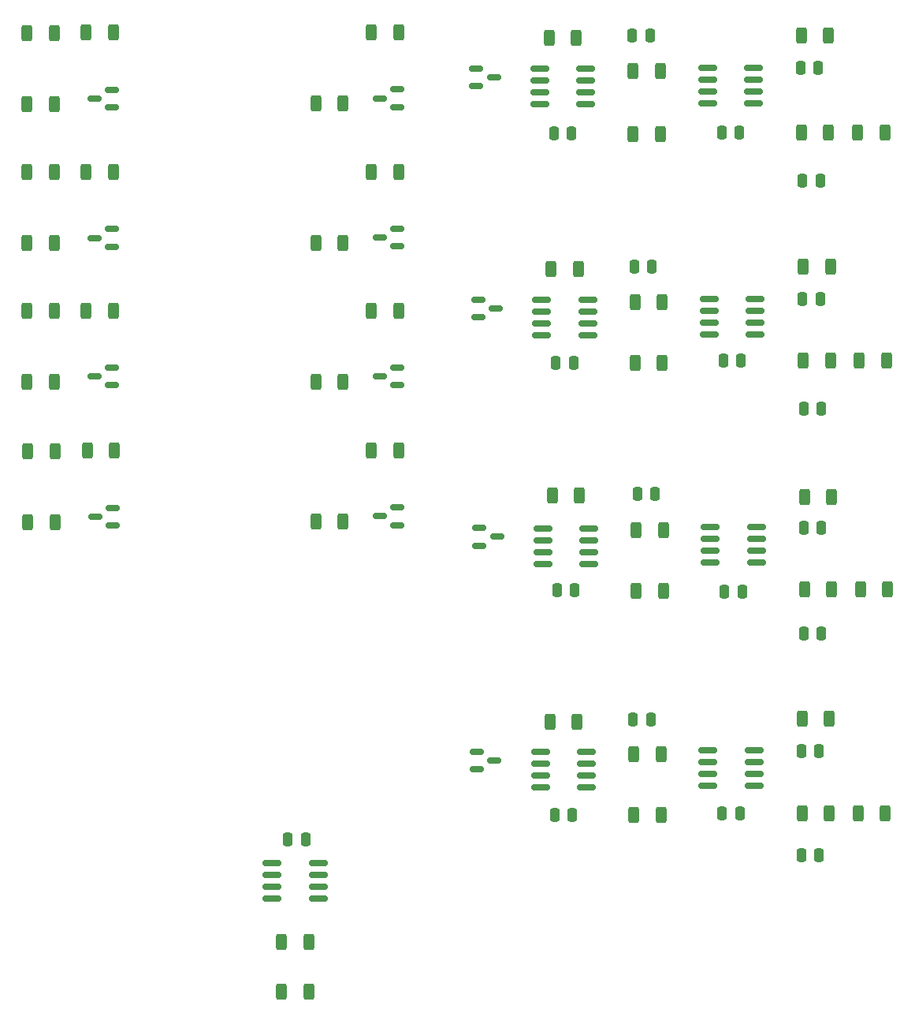
<source format=gbr>
%TF.GenerationSoftware,KiCad,Pcbnew,6.0.2+dfsg-1*%
%TF.CreationDate,2025-02-18T10:21:24-03:00*%
%TF.ProjectId,modulo_remoteapi_v1_1,6d6f6475-6c6f-45f7-9265-6d6f74656170,rev?*%
%TF.SameCoordinates,Original*%
%TF.FileFunction,Paste,Top*%
%TF.FilePolarity,Positive*%
%FSLAX46Y46*%
G04 Gerber Fmt 4.6, Leading zero omitted, Abs format (unit mm)*
G04 Created by KiCad (PCBNEW 6.0.2+dfsg-1) date 2025-02-18 10:21:24*
%MOMM*%
%LPD*%
G01*
G04 APERTURE LIST*
G04 Aperture macros list*
%AMRoundRect*
0 Rectangle with rounded corners*
0 $1 Rounding radius*
0 $2 $3 $4 $5 $6 $7 $8 $9 X,Y pos of 4 corners*
0 Add a 4 corners polygon primitive as box body*
4,1,4,$2,$3,$4,$5,$6,$7,$8,$9,$2,$3,0*
0 Add four circle primitives for the rounded corners*
1,1,$1+$1,$2,$3*
1,1,$1+$1,$4,$5*
1,1,$1+$1,$6,$7*
1,1,$1+$1,$8,$9*
0 Add four rect primitives between the rounded corners*
20,1,$1+$1,$2,$3,$4,$5,0*
20,1,$1+$1,$4,$5,$6,$7,0*
20,1,$1+$1,$6,$7,$8,$9,0*
20,1,$1+$1,$8,$9,$2,$3,0*%
G04 Aperture macros list end*
%ADD10RoundRect,0.250000X0.250000X0.475000X-0.250000X0.475000X-0.250000X-0.475000X0.250000X-0.475000X0*%
%ADD11RoundRect,0.150000X0.825000X0.150000X-0.825000X0.150000X-0.825000X-0.150000X0.825000X-0.150000X0*%
%ADD12RoundRect,0.150000X-0.587500X-0.150000X0.587500X-0.150000X0.587500X0.150000X-0.587500X0.150000X0*%
%ADD13RoundRect,0.250000X0.312500X0.625000X-0.312500X0.625000X-0.312500X-0.625000X0.312500X-0.625000X0*%
%ADD14RoundRect,0.250000X-0.312500X-0.625000X0.312500X-0.625000X0.312500X0.625000X-0.312500X0.625000X0*%
%ADD15RoundRect,0.150000X0.587500X0.150000X-0.587500X0.150000X-0.587500X-0.150000X0.587500X-0.150000X0*%
%ADD16RoundRect,0.250000X-0.250000X-0.475000X0.250000X-0.475000X0.250000X0.475000X-0.250000X0.475000X0*%
%ADD17RoundRect,0.150000X-0.825000X-0.150000X0.825000X-0.150000X0.825000X0.150000X-0.825000X0.150000X0*%
G04 APERTURE END LIST*
D10*
%TO.C,C24*%
X-171220000Y-78075000D03*
X-173120000Y-78075000D03*
%TD*%
D11*
%TO.C,U2*%
X-178195000Y-94560000D03*
X-178195000Y-93290000D03*
X-178195000Y-92020000D03*
X-178195000Y-90750000D03*
X-183145000Y-90750000D03*
X-183145000Y-92020000D03*
X-183145000Y-93290000D03*
X-183145000Y-94560000D03*
%TD*%
D12*
%TO.C,D2*%
X-207955834Y-90850000D03*
X-207955834Y-92750000D03*
X-206080834Y-91800000D03*
%TD*%
D11*
%TO.C,U4*%
X-196195000Y-94705000D03*
X-196195000Y-93435000D03*
X-196195000Y-92165000D03*
X-196195000Y-90895000D03*
X-201145000Y-90895000D03*
X-201145000Y-92165000D03*
X-201145000Y-93435000D03*
X-201145000Y-94705000D03*
%TD*%
D13*
%TO.C,R40*%
X-222630834Y-60266666D03*
X-225555834Y-60266666D03*
%TD*%
%TO.C,R26*%
X-226292500Y-140600000D03*
X-229217500Y-140600000D03*
%TD*%
D12*
%TO.C,D4*%
X-208085834Y-66350000D03*
X-208085834Y-68250000D03*
X-206210834Y-67300000D03*
%TD*%
D11*
%TO.C,U8*%
X-196325000Y-70205000D03*
X-196325000Y-68935000D03*
X-196325000Y-67665000D03*
X-196325000Y-66395000D03*
X-201275000Y-66395000D03*
X-201275000Y-67665000D03*
X-201275000Y-68935000D03*
X-201275000Y-70205000D03*
%TD*%
D10*
%TO.C,C10*%
X-171220000Y-102175000D03*
X-173120000Y-102175000D03*
%TD*%
D14*
%TO.C,R25*%
X-229217500Y-135300000D03*
X-226292500Y-135300000D03*
%TD*%
D13*
%TO.C,R31*%
X-253537500Y-82588333D03*
X-256462500Y-82588333D03*
%TD*%
D11*
%TO.C,U1*%
X-178525000Y-45260000D03*
X-178525000Y-43990000D03*
X-178525000Y-42720000D03*
X-178525000Y-41450000D03*
X-183475000Y-41450000D03*
X-183475000Y-42720000D03*
X-183475000Y-43990000D03*
X-183475000Y-45260000D03*
%TD*%
%TO.C,U7*%
X-196455000Y-118705000D03*
X-196455000Y-117435000D03*
X-196455000Y-116165000D03*
X-196455000Y-114895000D03*
X-201405000Y-114895000D03*
X-201405000Y-116165000D03*
X-201405000Y-117435000D03*
X-201405000Y-118705000D03*
%TD*%
D15*
%TO.C,Q7*%
X-216795834Y-75514999D03*
X-216795834Y-73614999D03*
X-218670834Y-74564999D03*
%TD*%
D16*
%TO.C,C20*%
X-199620000Y-97550000D03*
X-197720000Y-97550000D03*
%TD*%
%TO.C,C33*%
X-199880000Y-121635000D03*
X-197980000Y-121635000D03*
%TD*%
D13*
%TO.C,R11*%
X-197537500Y-38300000D03*
X-200462500Y-38300000D03*
%TD*%
D11*
%TO.C,U6*%
X-178325000Y-70060000D03*
X-178325000Y-68790000D03*
X-178325000Y-67520000D03*
X-178325000Y-66250000D03*
X-183275000Y-66250000D03*
X-183275000Y-67520000D03*
X-183275000Y-68790000D03*
X-183275000Y-70060000D03*
%TD*%
D10*
%TO.C,C12*%
X-171220000Y-90805000D03*
X-173120000Y-90805000D03*
%TD*%
D15*
%TO.C,Q1*%
X-247342500Y-90578333D03*
X-247342500Y-88678333D03*
X-249217500Y-89628333D03*
%TD*%
D13*
%TO.C,R2*%
X-164090000Y-97415000D03*
X-167015000Y-97415000D03*
%TD*%
D15*
%TO.C,Q5*%
X-216795834Y-90543333D03*
X-216795834Y-88643333D03*
X-218670834Y-89593333D03*
%TD*%
D10*
%TO.C,C17*%
X-189630000Y-38040000D03*
X-191530000Y-38040000D03*
%TD*%
D13*
%TO.C,R4*%
X-170127500Y-97415000D03*
X-173052500Y-97415000D03*
%TD*%
D14*
%TO.C,R9*%
X-191462500Y-48550000D03*
X-188537500Y-48550000D03*
%TD*%
D15*
%TO.C,Q6*%
X-216795834Y-60636666D03*
X-216795834Y-58736666D03*
X-218670834Y-59686666D03*
%TD*%
D14*
%TO.C,R10*%
X-191132500Y-97570000D03*
X-188207500Y-97570000D03*
%TD*%
D13*
%TO.C,R20*%
X-188337500Y-66600000D03*
X-191262500Y-66600000D03*
%TD*%
D14*
%TO.C,R22*%
X-191262500Y-73170000D03*
X-188337500Y-73170000D03*
%TD*%
%TO.C,R34*%
X-250202500Y-37703333D03*
X-247277500Y-37703333D03*
%TD*%
D13*
%TO.C,R23*%
X-197467500Y-111635000D03*
X-200392500Y-111635000D03*
%TD*%
%TO.C,R5*%
X-170457500Y-38025000D03*
X-173382500Y-38025000D03*
%TD*%
%TO.C,R30*%
X-253637500Y-60301666D03*
X-256562500Y-60301666D03*
%TD*%
%TO.C,R1*%
X-164420000Y-48395000D03*
X-167345000Y-48395000D03*
%TD*%
D15*
%TO.C,Q8*%
X-216795834Y-45693333D03*
X-216795834Y-43793333D03*
X-218670834Y-44743333D03*
%TD*%
D10*
%TO.C,C31*%
X-189560000Y-111375000D03*
X-191460000Y-111375000D03*
%TD*%
%TO.C,C23*%
X-171480000Y-126010000D03*
X-173380000Y-126010000D03*
%TD*%
D16*
%TO.C,C28*%
X-181750000Y-72905000D03*
X-179850000Y-72905000D03*
%TD*%
D13*
%TO.C,R36*%
X-253637500Y-45358333D03*
X-256562500Y-45358333D03*
%TD*%
D16*
%TO.C,C27*%
X-181880000Y-121490000D03*
X-179980000Y-121490000D03*
%TD*%
D13*
%TO.C,R35*%
X-253637500Y-75179999D03*
X-256562500Y-75179999D03*
%TD*%
D10*
%TO.C,C32*%
X-189430000Y-62790000D03*
X-191330000Y-62790000D03*
%TD*%
D14*
%TO.C,R41*%
X-219555834Y-82553333D03*
X-216630834Y-82553333D03*
%TD*%
D10*
%TO.C,C25*%
X-171480000Y-114805000D03*
X-173380000Y-114805000D03*
%TD*%
%TO.C,C11*%
X-171550000Y-41505000D03*
X-173450000Y-41505000D03*
%TD*%
D13*
%TO.C,R44*%
X-222630834Y-45323333D03*
X-225555834Y-45323333D03*
%TD*%
%TO.C,R19*%
X-188467500Y-115100000D03*
X-191392500Y-115100000D03*
%TD*%
%TO.C,R7*%
X-188537500Y-41800000D03*
X-191462500Y-41800000D03*
%TD*%
D16*
%TO.C,C14*%
X-181620000Y-97710000D03*
X-179720000Y-97710000D03*
%TD*%
D13*
%TO.C,R39*%
X-222630834Y-90173333D03*
X-225555834Y-90173333D03*
%TD*%
%TO.C,R18*%
X-170257500Y-62775000D03*
X-173182500Y-62775000D03*
%TD*%
%TO.C,R12*%
X-197207500Y-87370000D03*
X-200132500Y-87370000D03*
%TD*%
%TO.C,R43*%
X-222630834Y-75144999D03*
X-225555834Y-75144999D03*
%TD*%
D10*
%TO.C,C26*%
X-171350000Y-66305000D03*
X-173250000Y-66305000D03*
%TD*%
D13*
%TO.C,R24*%
X-197337500Y-63050000D03*
X-200262500Y-63050000D03*
%TD*%
D10*
%TO.C,C37*%
X-226630000Y-124245000D03*
X-228530000Y-124245000D03*
%TD*%
D14*
%TO.C,R33*%
X-250202500Y-67524999D03*
X-247277500Y-67524999D03*
%TD*%
D10*
%TO.C,C18*%
X-189110000Y-87180000D03*
X-191010000Y-87180000D03*
%TD*%
D14*
%TO.C,R28*%
X-250202500Y-52646666D03*
X-247277500Y-52646666D03*
%TD*%
D13*
%TO.C,R37*%
X-253637500Y-67559999D03*
X-256562500Y-67559999D03*
%TD*%
%TO.C,R38*%
X-253637500Y-37738333D03*
X-256562500Y-37738333D03*
%TD*%
D14*
%TO.C,R42*%
X-219555834Y-52646666D03*
X-216630834Y-52646666D03*
%TD*%
D13*
%TO.C,R13*%
X-164350000Y-121500000D03*
X-167275000Y-121500000D03*
%TD*%
D12*
%TO.C,D3*%
X-208215834Y-114850000D03*
X-208215834Y-116750000D03*
X-206340834Y-115800000D03*
%TD*%
D13*
%TO.C,R17*%
X-170387500Y-111360000D03*
X-173312500Y-111360000D03*
%TD*%
D14*
%TO.C,R46*%
X-219555834Y-37703333D03*
X-216630834Y-37703333D03*
%TD*%
%TO.C,R27*%
X-250102500Y-82553333D03*
X-247177500Y-82553333D03*
%TD*%
D13*
%TO.C,R29*%
X-253537500Y-90208333D03*
X-256462500Y-90208333D03*
%TD*%
%TO.C,R16*%
X-170257500Y-72915000D03*
X-173182500Y-72915000D03*
%TD*%
D15*
%TO.C,Q2*%
X-247442500Y-60671666D03*
X-247442500Y-58771666D03*
X-249317500Y-59721666D03*
%TD*%
D11*
%TO.C,U3*%
X-196525000Y-45405000D03*
X-196525000Y-44135000D03*
X-196525000Y-42865000D03*
X-196525000Y-41595000D03*
X-201475000Y-41595000D03*
X-201475000Y-42865000D03*
X-201475000Y-44135000D03*
X-201475000Y-45405000D03*
%TD*%
D17*
%TO.C,U9*%
X-230230000Y-126795000D03*
X-230230000Y-128065000D03*
X-230230000Y-129335000D03*
X-230230000Y-130605000D03*
X-225280000Y-130605000D03*
X-225280000Y-129335000D03*
X-225280000Y-128065000D03*
X-225280000Y-126795000D03*
%TD*%
D15*
%TO.C,Q4*%
X-247442500Y-45728333D03*
X-247442500Y-43828333D03*
X-249317500Y-44778333D03*
%TD*%
D10*
%TO.C,C9*%
X-171350000Y-53625000D03*
X-173250000Y-53625000D03*
%TD*%
D12*
%TO.C,D1*%
X-208285834Y-41550000D03*
X-208285834Y-43450000D03*
X-206410834Y-42500000D03*
%TD*%
D13*
%TO.C,R14*%
X-164220000Y-72915000D03*
X-167145000Y-72915000D03*
%TD*%
D14*
%TO.C,R45*%
X-219555834Y-67524999D03*
X-216630834Y-67524999D03*
%TD*%
D16*
%TO.C,C34*%
X-199750000Y-73170000D03*
X-197850000Y-73170000D03*
%TD*%
D13*
%TO.C,R15*%
X-170387500Y-121500000D03*
X-173312500Y-121500000D03*
%TD*%
D16*
%TO.C,C13*%
X-181950000Y-48385000D03*
X-180050000Y-48385000D03*
%TD*%
D13*
%TO.C,R32*%
X-253637500Y-52681666D03*
X-256562500Y-52681666D03*
%TD*%
%TO.C,R8*%
X-188207500Y-91100000D03*
X-191132500Y-91100000D03*
%TD*%
%TO.C,R3*%
X-170457500Y-48395000D03*
X-173382500Y-48395000D03*
%TD*%
%TO.C,R6*%
X-170127500Y-87525000D03*
X-173052500Y-87525000D03*
%TD*%
D16*
%TO.C,C19*%
X-199950000Y-48530000D03*
X-198050000Y-48530000D03*
%TD*%
D11*
%TO.C,U5*%
X-178455000Y-118560000D03*
X-178455000Y-117290000D03*
X-178455000Y-116020000D03*
X-178455000Y-114750000D03*
X-183405000Y-114750000D03*
X-183405000Y-116020000D03*
X-183405000Y-117290000D03*
X-183405000Y-118560000D03*
%TD*%
D14*
%TO.C,R21*%
X-191392500Y-121655000D03*
X-188467500Y-121655000D03*
%TD*%
D15*
%TO.C,Q3*%
X-247442500Y-75549999D03*
X-247442500Y-73649999D03*
X-249317500Y-74599999D03*
%TD*%
M02*

</source>
